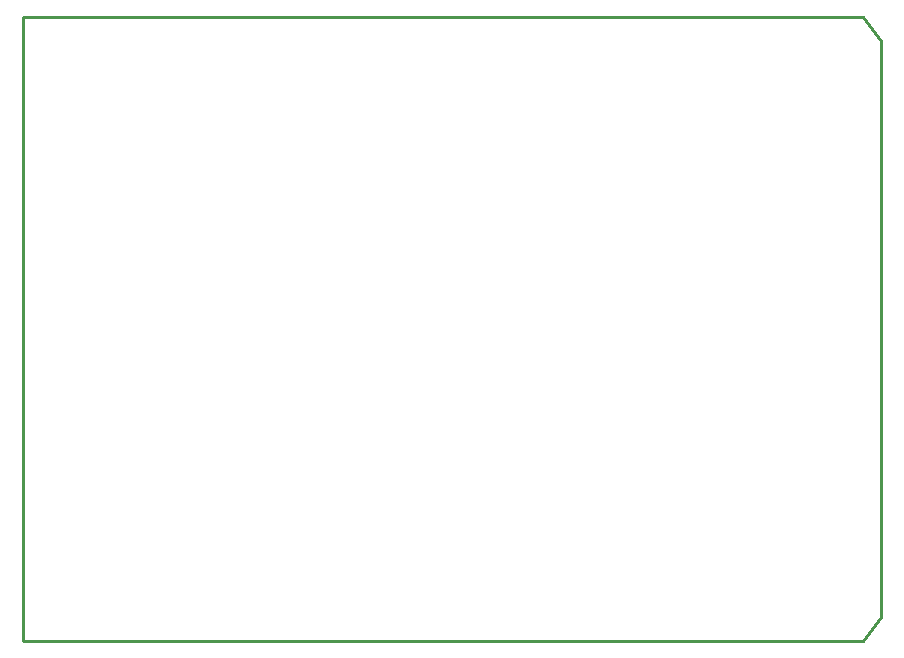
<source format=gko>
G04 Layer: BoardOutline*
G04 EasyEDA v6.1.52, Thu, 01 Aug 2019 06:05:33 GMT*
G04 f60d05b6395e48559c91cf0b566a12eb,598dfe23a16d4e9298856295ca50c1c7,10*
G04 Gerber Generator version 0.2*
G04 Scale: 100 percent, Rotated: No, Reflected: No *
G04 Dimensions in inches *
G04 leading zeros omitted , absolute positions ,2 integer and 4 decimal *
%FSLAX24Y24*%
%MOIN*%
G90*
G70D02*

%ADD10C,0.010000*%
G54D10*
G01X0Y20800D02*
G01X28000Y20800D01*
G01X28600Y20000D01*
G01X28600Y800D01*
G01X28000Y0D01*
G01X0Y0D01*
G01X0Y20800D01*

%LPD*%
M00*
M02*

</source>
